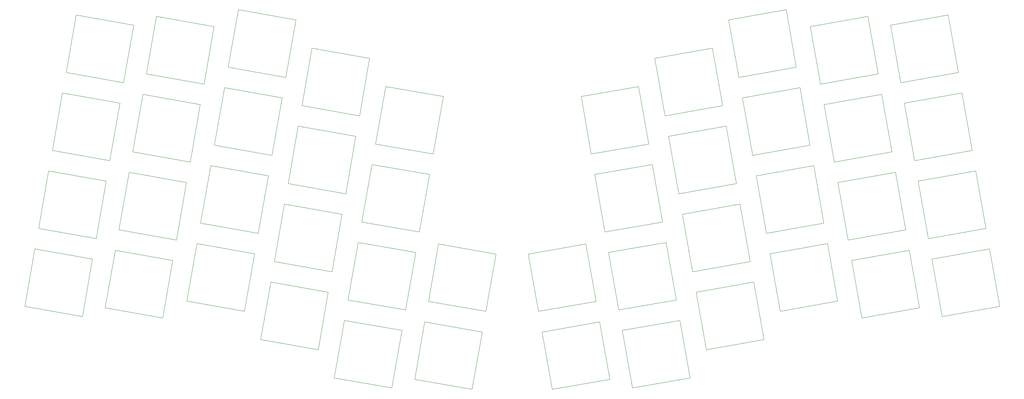
<source format=gbr>
%TF.GenerationSoftware,KiCad,Pcbnew,(5.1.10)-1*%
%TF.CreationDate,2021-09-29T15:51:44-06:00*%
%TF.ProjectId,VColMX44,56436f6c-4d58-4343-942e-6b696361645f,rev?*%
%TF.SameCoordinates,Original*%
%TF.FileFunction,Legend,Top*%
%TF.FilePolarity,Positive*%
%FSLAX46Y46*%
G04 Gerber Fmt 4.6, Leading zero omitted, Abs format (unit mm)*
G04 Created by KiCad (PCBNEW (5.1.10)-1) date 2021-09-29 15:51:44*
%MOMM*%
%LPD*%
G01*
G04 APERTURE LIST*
%ADD10C,0.120000*%
G04 APERTURE END LIST*
D10*
%TO.C,U1*%
X45571335Y-55039559D02*
X59358644Y-57470634D01*
X43140260Y-68826868D02*
X45571335Y-55039559D01*
X56927569Y-71257943D02*
X43140260Y-68826868D01*
X56927569Y-71257943D02*
X59358644Y-57470634D01*
%TO.C,U2*%
X64803627Y-55384451D02*
X78590936Y-57815526D01*
X62372552Y-69171760D02*
X64803627Y-55384451D01*
X76159861Y-71602835D02*
X62372552Y-69171760D01*
X76159861Y-71602835D02*
X78590936Y-57815526D01*
%TO.C,U3*%
X95739449Y-69978112D02*
X98170524Y-56190803D01*
X95739449Y-69978112D02*
X81952140Y-67547037D01*
X81952140Y-67547037D02*
X84383215Y-53759728D01*
X84383215Y-53759728D02*
X98170524Y-56190803D01*
%TO.C,U4*%
X102052673Y-62967890D02*
X115839982Y-65398965D01*
X99621598Y-76755199D02*
X102052673Y-62967890D01*
X113408907Y-79186274D02*
X99621598Y-76755199D01*
X113408907Y-79186274D02*
X115839982Y-65398965D01*
%TO.C,U5*%
X119722131Y-72176052D02*
X133509440Y-74607127D01*
X117291056Y-85963361D02*
X119722131Y-72176052D01*
X131078365Y-88394436D02*
X117291056Y-85963361D01*
X131078365Y-88394436D02*
X133509440Y-74607127D01*
%TO.C,U6*%
X132355793Y-109943639D02*
X146143102Y-112374714D01*
X129924718Y-123730948D02*
X132355793Y-109943639D01*
X143712027Y-126162023D02*
X129924718Y-123730948D01*
X143712027Y-126162023D02*
X146143102Y-112374714D01*
%TO.C,U7*%
X182708944Y-85963361D02*
X180277869Y-72176052D01*
X182708944Y-85963361D02*
X168921635Y-88394436D01*
X168921635Y-88394436D02*
X166490560Y-74607127D01*
X166490560Y-74607127D02*
X180277869Y-72176052D01*
%TO.C,U8*%
X184160018Y-65398965D02*
X197947327Y-62967890D01*
X186591093Y-79186274D02*
X184160018Y-65398965D01*
X200378402Y-76755199D02*
X186591093Y-79186274D01*
X200378402Y-76755199D02*
X197947327Y-62967890D01*
%TO.C,U9*%
X201829476Y-56190803D02*
X215616785Y-53759728D01*
X204260551Y-69978112D02*
X201829476Y-56190803D01*
X218047860Y-67547037D02*
X204260551Y-69978112D01*
X218047860Y-67547037D02*
X215616785Y-53759728D01*
%TO.C,U10*%
X237627448Y-69171760D02*
X235196373Y-55384451D01*
X237627448Y-69171760D02*
X223840139Y-71602835D01*
X223840139Y-71602835D02*
X221409064Y-57815526D01*
X221409064Y-57815526D02*
X235196373Y-55384451D01*
%TO.C,U11*%
X256859740Y-68826868D02*
X254428665Y-55039559D01*
X256859740Y-68826868D02*
X243072431Y-71257943D01*
X243072431Y-71257943D02*
X240641356Y-57470634D01*
X240641356Y-57470634D02*
X254428665Y-55039559D01*
%TO.C,U12*%
X42272020Y-73750907D02*
X56059329Y-76181982D01*
X39840945Y-87538216D02*
X42272020Y-73750907D01*
X53628254Y-89969291D02*
X39840945Y-87538216D01*
X53628254Y-89969291D02*
X56059329Y-76181982D01*
%TO.C,U13*%
X61504311Y-74095799D02*
X75291620Y-76526874D01*
X59073236Y-87883108D02*
X61504311Y-74095799D01*
X72860545Y-90314183D02*
X59073236Y-87883108D01*
X72860545Y-90314183D02*
X75291620Y-76526874D01*
%TO.C,U14*%
X92440134Y-88689461D02*
X94871209Y-74902152D01*
X92440134Y-88689461D02*
X78652825Y-86258386D01*
X78652825Y-86258386D02*
X81083900Y-72471077D01*
X81083900Y-72471077D02*
X94871209Y-74902152D01*
%TO.C,U15*%
X110109592Y-97897621D02*
X112540667Y-84110312D01*
X110109592Y-97897621D02*
X96322283Y-95466546D01*
X96322283Y-95466546D02*
X98753358Y-81679237D01*
X98753358Y-81679237D02*
X112540667Y-84110312D01*
%TO.C,U16*%
X116422816Y-90887399D02*
X130210125Y-93318474D01*
X113991741Y-104674708D02*
X116422816Y-90887399D01*
X127779050Y-107105783D02*
X113991741Y-104674708D01*
X127779050Y-107105783D02*
X130210125Y-93318474D01*
%TO.C,U17*%
X129056477Y-128654986D02*
X142843786Y-131086061D01*
X126625402Y-142442295D02*
X129056477Y-128654986D01*
X140412711Y-144873370D02*
X126625402Y-142442295D01*
X140412711Y-144873370D02*
X142843786Y-131086061D01*
%TO.C,U18*%
X186008259Y-104674708D02*
X183577184Y-90887399D01*
X186008259Y-104674708D02*
X172220950Y-107105783D01*
X172220950Y-107105783D02*
X169789875Y-93318474D01*
X169789875Y-93318474D02*
X183577184Y-90887399D01*
%TO.C,U19*%
X187459333Y-84110312D02*
X201246642Y-81679237D01*
X189890408Y-97897621D02*
X187459333Y-84110312D01*
X203677717Y-95466546D02*
X189890408Y-97897621D01*
X203677717Y-95466546D02*
X201246642Y-81679237D01*
%TO.C,U20*%
X205128791Y-74902152D02*
X218916100Y-72471077D01*
X207559866Y-88689461D02*
X205128791Y-74902152D01*
X221347175Y-86258386D02*
X207559866Y-88689461D01*
X221347175Y-86258386D02*
X218916100Y-72471077D01*
%TO.C,U21*%
X240926764Y-87883108D02*
X238495689Y-74095799D01*
X240926764Y-87883108D02*
X227139455Y-90314183D01*
X227139455Y-90314183D02*
X224708380Y-76526874D01*
X224708380Y-76526874D02*
X238495689Y-74095799D01*
%TO.C,U22*%
X260159055Y-87538216D02*
X257727980Y-73750907D01*
X260159055Y-87538216D02*
X246371746Y-89969291D01*
X246371746Y-89969291D02*
X243940671Y-76181982D01*
X243940671Y-76181982D02*
X257727980Y-73750907D01*
%TO.C,U23*%
X38972704Y-92462254D02*
X52760013Y-94893329D01*
X36541629Y-106249563D02*
X38972704Y-92462254D01*
X50328938Y-108680638D02*
X36541629Y-106249563D01*
X50328938Y-108680638D02*
X52760013Y-94893329D01*
%TO.C,U24*%
X58204994Y-92807146D02*
X71992303Y-95238221D01*
X55773919Y-106594455D02*
X58204994Y-92807146D01*
X69561228Y-109025530D02*
X55773919Y-106594455D01*
X69561228Y-109025530D02*
X71992303Y-95238221D01*
%TO.C,U25*%
X77784584Y-91182423D02*
X91571893Y-93613498D01*
X75353509Y-104969732D02*
X77784584Y-91182423D01*
X89140818Y-107400807D02*
X75353509Y-104969732D01*
X89140818Y-107400807D02*
X91571893Y-93613498D01*
%TO.C,U26*%
X95454042Y-100390585D02*
X109241351Y-102821660D01*
X93022967Y-114177894D02*
X95454042Y-100390585D01*
X106810276Y-116608969D02*
X93022967Y-114177894D01*
X106810276Y-116608969D02*
X109241351Y-102821660D01*
%TO.C,U27*%
X124479735Y-125817130D02*
X126910810Y-112029821D01*
X124479735Y-125817130D02*
X110692426Y-123386055D01*
X110692426Y-123386055D02*
X113123501Y-109598746D01*
X113123501Y-109598746D02*
X126910810Y-112029821D01*
%TO.C,U28*%
X170075282Y-123730948D02*
X167644207Y-109943639D01*
X170075282Y-123730948D02*
X156287973Y-126162023D01*
X156287973Y-126162023D02*
X153856898Y-112374714D01*
X153856898Y-112374714D02*
X167644207Y-109943639D01*
%TO.C,U29*%
X189307574Y-123386055D02*
X186876499Y-109598746D01*
X189307574Y-123386055D02*
X175520265Y-125817130D01*
X175520265Y-125817130D02*
X173089190Y-112029821D01*
X173089190Y-112029821D02*
X186876499Y-109598746D01*
%TO.C,U30*%
X190758649Y-102821660D02*
X204545958Y-100390585D01*
X193189724Y-116608969D02*
X190758649Y-102821660D01*
X206977033Y-114177894D02*
X193189724Y-116608969D01*
X206977033Y-114177894D02*
X204545958Y-100390585D01*
%TO.C,U31*%
X224646491Y-104969732D02*
X222215416Y-91182423D01*
X224646491Y-104969732D02*
X210859182Y-107400807D01*
X210859182Y-107400807D02*
X208428107Y-93613498D01*
X208428107Y-93613498D02*
X222215416Y-91182423D01*
%TO.C,U32*%
X244226081Y-106594455D02*
X241795006Y-92807146D01*
X244226081Y-106594455D02*
X230438772Y-109025530D01*
X230438772Y-109025530D02*
X228007697Y-95238221D01*
X228007697Y-95238221D02*
X241795006Y-92807146D01*
%TO.C,U33*%
X263458371Y-106249563D02*
X261027296Y-92462254D01*
X263458371Y-106249563D02*
X249671062Y-108680638D01*
X249671062Y-108680638D02*
X247239987Y-94893329D01*
X247239987Y-94893329D02*
X261027296Y-92462254D01*
%TO.C,U34*%
X47029623Y-127391985D02*
X49460698Y-113604676D01*
X47029623Y-127391985D02*
X33242314Y-124960910D01*
X33242314Y-124960910D02*
X35673389Y-111173601D01*
X35673389Y-111173601D02*
X49460698Y-113604676D01*
%TO.C,U35*%
X66261915Y-127736877D02*
X68692990Y-113949568D01*
X66261915Y-127736877D02*
X52474606Y-125305802D01*
X52474606Y-125305802D02*
X54905681Y-111518493D01*
X54905681Y-111518493D02*
X68692990Y-113949568D01*
%TO.C,U36*%
X74485269Y-109893770D02*
X88272578Y-112324845D01*
X72054194Y-123681079D02*
X74485269Y-109893770D01*
X85841503Y-126112154D02*
X72054194Y-123681079D01*
X85841503Y-126112154D02*
X88272578Y-112324845D01*
%TO.C,U37*%
X92154727Y-119101932D02*
X105942036Y-121533007D01*
X89723652Y-132889241D02*
X92154727Y-119101932D01*
X103510961Y-135320316D02*
X89723652Y-132889241D01*
X103510961Y-135320316D02*
X105942036Y-121533007D01*
%TO.C,U38*%
X121180419Y-144528478D02*
X123611494Y-130741169D01*
X121180419Y-144528478D02*
X107393110Y-142097403D01*
X107393110Y-142097403D02*
X109824185Y-128310094D01*
X109824185Y-128310094D02*
X123611494Y-130741169D01*
%TO.C,U39*%
X173374598Y-142442295D02*
X170943523Y-128654986D01*
X173374598Y-142442295D02*
X159587289Y-144873370D01*
X159587289Y-144873370D02*
X157156214Y-131086061D01*
X157156214Y-131086061D02*
X170943523Y-128654986D01*
%TO.C,U40*%
X176388506Y-130741169D02*
X190175815Y-128310094D01*
X178819581Y-144528478D02*
X176388506Y-130741169D01*
X192606890Y-142097403D02*
X178819581Y-144528478D01*
X192606890Y-142097403D02*
X190175815Y-128310094D01*
%TO.C,U41*%
X194057964Y-121533007D02*
X207845273Y-119101932D01*
X196489039Y-135320316D02*
X194057964Y-121533007D01*
X210276348Y-132889241D02*
X196489039Y-135320316D01*
X210276348Y-132889241D02*
X207845273Y-119101932D01*
%TO.C,U42*%
X227945806Y-123681079D02*
X225514731Y-109893770D01*
X227945806Y-123681079D02*
X214158497Y-126112154D01*
X214158497Y-126112154D02*
X211727422Y-112324845D01*
X211727422Y-112324845D02*
X225514731Y-109893770D01*
%TO.C,U43*%
X247525394Y-125305802D02*
X245094319Y-111518493D01*
X247525394Y-125305802D02*
X233738085Y-127736877D01*
X233738085Y-127736877D02*
X231307010Y-113949568D01*
X231307010Y-113949568D02*
X245094319Y-111518493D01*
%TO.C,U44*%
X266757686Y-124960910D02*
X264326611Y-111173601D01*
X266757686Y-124960910D02*
X252970377Y-127391985D01*
X252970377Y-127391985D02*
X250539302Y-113604676D01*
X250539302Y-113604676D02*
X264326611Y-111173601D01*
%TD*%
M02*

</source>
